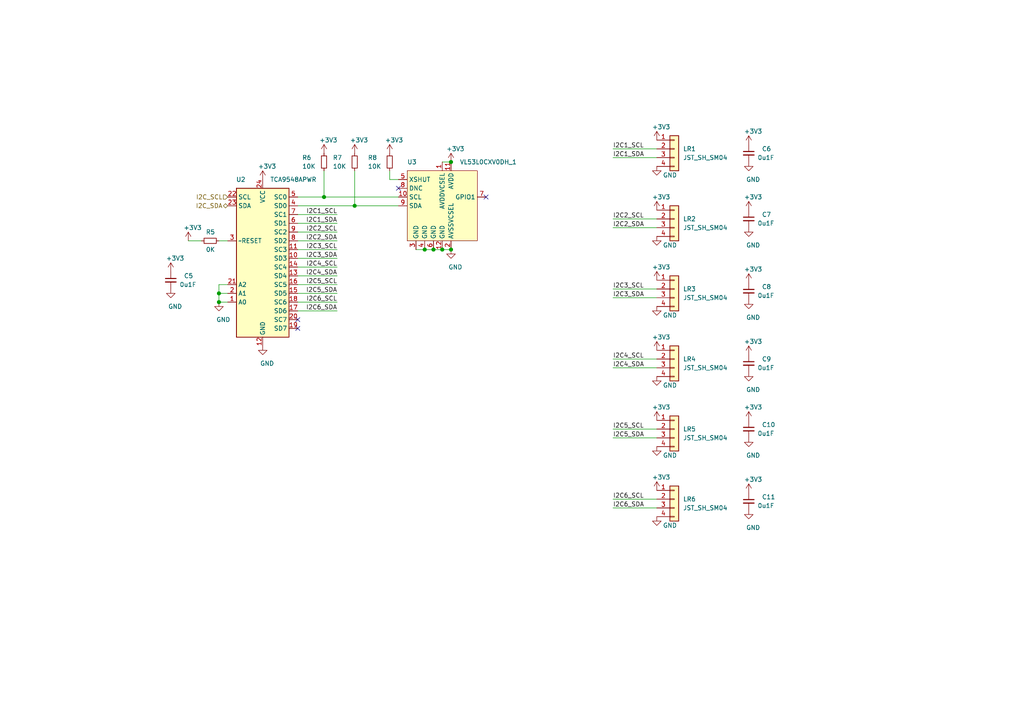
<source format=kicad_sch>
(kicad_sch (version 20210615) (generator eeschema)
  (paper "A4")
  (lib_symbols
    (symbol "Connector_Generic:Conn_01x04" (pin_names hide)
      (property "Reference" "J" (at 0 5.08 0))
      (property "Value" "Conn_01x04" (at 0 -7.62 0))
      (symbol "Conn_01x04_1_1"
        (rectangle (start -1.27 -4.953) (end 0 -5.207) (stroke (width 0.1524)))
        (rectangle (start -1.27 -2.413) (end 0 -2.667) (stroke (width 0.1524)))
        (rectangle (start -1.27 0.127) (end 0 -0.127) (stroke (width 0.1524)))
        (rectangle (start -1.27 2.667) (end 0 2.413) (stroke (width 0.1524)))
        (rectangle (start -1.27 3.81) (end 1.27 -6.35) (stroke (width 0.254)) (fill (type background)))
        (pin passive line (at -5.08 2.54 0) (length 3.81) (name "Pin_1") (number "1"))
        (pin passive line (at -5.08 0 0) (length 3.81) (name "Pin_2") (number "2"))
        (pin passive line (at -5.08 -2.54 0) (length 3.81) (name "Pin_3") (number "3"))
        (pin passive line (at -5.08 -5.08 0) (length 3.81) (name "Pin_4") (number "4"))
      )
    )
    (symbol "Device:C_Small" (pin_numbers hide) (pin_names (offset 0.254) hide)
      (property "Reference" "C" (at 0.254 1.778 0))
      (property "Value" "C_Small" (at 0.254 -2.032 0))
      (symbol "C_Small_0_1"
        (polyline (pts (xy -1.524 -0.508) (xy 1.524 -0.508)) (stroke (width 0.3302)))
        (polyline (pts (xy -1.524 0.508) (xy 1.524 0.508)) (stroke (width 0.3048)))
      )
      (symbol "C_Small_1_1"
        (pin passive line (at 0 2.54 270) (length 2.032) (name "~") (number "1"))
        (pin passive line (at 0 -2.54 90) (length 2.032) (name "~") (number "2"))
      )
    )
    (symbol "Device:R_Small" (pin_numbers hide) (pin_names (offset 0.254) hide)
      (property "Reference" "R" (at 0.762 0.508 0))
      (property "Value" "R_Small" (at 0.762 -1.016 0))
      (symbol "R_Small_0_1"
        (rectangle (start -0.762 1.778) (end 0.762 -1.778) (stroke (width 0.2032)))
      )
      (symbol "R_Small_1_1"
        (pin passive line (at 0 2.54 270) (length 0.762) (name "~") (number "1"))
        (pin passive line (at 0 -2.54 90) (length 0.762) (name "~") (number "2"))
      )
    )
    (symbol "Interface_Expansion:TCA9548APWR"
      (property "Reference" "U" (at -7.62 21.59 0))
      (property "Value" "TCA9548APWR" (at 1.016 21.59 0))
      (symbol "TCA9548APWR_0_1"
        (rectangle (start -7.62 20.32) (end 7.62 -22.86) (stroke (width 0.254)) (fill (type background)))
      )
      (symbol "TCA9548APWR_1_1"
        (pin input line (at -10.16 -12.7 0) (length 2.54) (name "A0") (number "1"))
        (pin bidirectional line (at 10.16 0 180) (length 2.54) (name "SD3") (number "10"))
        (pin output line (at 10.16 2.54 180) (length 2.54) (name "SC3") (number "11"))
        (pin power_in line (at 0 -25.4 90) (length 2.54) (name "GND") (number "12"))
        (pin bidirectional line (at 10.16 -5.08 180) (length 2.54) (name "SD4") (number "13"))
        (pin output line (at 10.16 -2.54 180) (length 2.54) (name "SC4") (number "14"))
        (pin bidirectional line (at 10.16 -10.16 180) (length 2.54) (name "SD5") (number "15"))
        (pin output line (at 10.16 -7.62 180) (length 2.54) (name "SC5") (number "16"))
        (pin bidirectional line (at 10.16 -15.24 180) (length 2.54) (name "SD6") (number "17"))
        (pin output line (at 10.16 -12.7 180) (length 2.54) (name "SC6") (number "18"))
        (pin bidirectional line (at 10.16 -20.32 180) (length 2.54) (name "SD7") (number "19"))
        (pin input line (at -10.16 -10.16 0) (length 2.54) (name "A1") (number "2"))
        (pin output line (at 10.16 -17.78 180) (length 2.54) (name "SC7") (number "20"))
        (pin input line (at -10.16 -7.62 0) (length 2.54) (name "A2") (number "21"))
        (pin input line (at -10.16 17.78 0) (length 2.54) (name "SCL") (number "22"))
        (pin bidirectional line (at -10.16 15.24 0) (length 2.54) (name "SDA") (number "23"))
        (pin power_in line (at 0 22.86 270) (length 2.54) (name "VCC") (number "24"))
        (pin input line (at -10.16 5.08 0) (length 2.54) (name "~RESET") (number "3"))
        (pin bidirectional line (at 10.16 15.24 180) (length 2.54) (name "SD0") (number "4"))
        (pin output line (at 10.16 17.78 180) (length 2.54) (name "SC0") (number "5"))
        (pin bidirectional line (at 10.16 10.16 180) (length 2.54) (name "SD1") (number "6"))
        (pin output line (at 10.16 12.7 180) (length 2.54) (name "SC1") (number "7"))
        (pin bidirectional line (at 10.16 5.08 180) (length 2.54) (name "SD2") (number "8"))
        (pin output line (at 10.16 7.62 180) (length 2.54) (name "SC2") (number "9"))
      )
    )
    (symbol "dk_Optical-Sensors-Distance-Measuring:VL53L0CXV0DH_1"
      (property "Reference" "U" (at -10.16 8.89 0))
      (property "Value" "VL53L0CXV0DH_1" (at 3.81 -13.97 0))
      (symbol "VL53L0CXV0DH_1_0_1"
        (rectangle (start -10.16 7.62) (end 10.16 -12.7) (fill (type background)))
      )
      (symbol "VL53L0CXV0DH_1_1_1"
        (pin power_in line (at 0 10.16 270) (length 2.54) (name "AVDDVCSEL") (number "1"))
        (pin input line (at -12.7 0 0) (length 2.54) (name "SCL") (number "10"))
        (pin power_in line (at 2.54 10.16 270) (length 2.54) (name "AVDD") (number "11"))
        (pin power_in line (at 0 -15.24 90) (length 2.54) (name "GND") (number "12"))
        (pin power_in line (at 2.54 -15.24 90) (length 2.54) (name "AVSSVCSEL") (number "2"))
        (pin power_in line (at -7.62 -15.24 90) (length 2.54) (name "GND") (number "3"))
        (pin power_in line (at -5.08 -15.24 90) (length 2.54) (name "GND") (number "4"))
        (pin input line (at -12.7 5.08 0) (length 2.54) (name "XSHUT") (number "5"))
        (pin power_in line (at -2.54 -15.24 90) (length 2.54) (name "GND") (number "6"))
        (pin output line (at 12.7 0 180) (length 2.54) (name "GPIO1") (number "7"))
        (pin input line (at -12.7 2.54 0) (length 2.54) (name "DNC") (number "8"))
        (pin bidirectional line (at -12.7 -2.54 0) (length 2.54) (name "SDA") (number "9"))
      )
    )
    (symbol "power:+3V3" (power) (pin_names (offset 0))
      (property "Value" "+3V3" (at 0 3.556 0))
      (symbol "+3V3_0_1"
        (polyline (pts (xy -0.762 1.27) (xy 0 2.54)))
        (polyline (pts (xy 0 0) (xy 0 2.54)))
        (polyline (pts (xy 0 2.54) (xy 0.762 1.27)))
      )
      (symbol "+3V3_1_1"
        (pin power_in line (at 0 0 90) (length 0) hide (name "+3V3") (number "1"))
      )
    )
    (symbol "power:GND" (power) (pin_names (offset 0))
      (property "Value" "GND" (at 0 -3.81 0))
      (symbol "GND_0_1"
        (polyline (pts (xy 0 0) (xy 0 -1.27) (xy 1.27 -1.27) (xy 0 -2.54) (xy -1.27 -1.27) (xy 0 -1.27)))
      )
      (symbol "GND_1_1"
        (pin power_in line (at 0 0 270) (length 0) hide (name "GND") (number "1"))
      )
    )
  )
  (junction (at 63.5 85.09) (diameter 1.016))
  (junction (at 63.5 87.63) (diameter 1.016))
  (junction (at 93.98 57.15) (diameter 1.016))
  (junction (at 102.87 59.69) (diameter 1.016))
  (junction (at 123.19 72.39) (diameter 1.016))
  (junction (at 125.73 72.39) (diameter 1.016))
  (junction (at 128.27 72.39) (diameter 1.016))
  (junction (at 130.81 46.99) (diameter 1.016))
  (junction (at 130.81 72.39) (diameter 1.016))
  (no_connect (at 86.36 92.71))
  (no_connect (at 86.36 95.25))
  (no_connect (at 115.57 54.61))
  (no_connect (at 140.97 57.15))
  (wire (pts (xy 54.61 69.85) (xy 58.42 69.85)))
  (wire (pts (xy 63.5 82.55) (xy 63.5 85.09)))
  (wire (pts (xy 63.5 85.09) (xy 63.5 87.63)))
  (wire (pts (xy 63.5 87.63) (xy 66.04 87.63)))
  (wire (pts (xy 66.04 69.85) (xy 63.5 69.85)))
  (wire (pts (xy 66.04 82.55) (xy 63.5 82.55)))
  (wire (pts (xy 66.04 85.09) (xy 63.5 85.09)))
  (wire (pts (xy 86.36 57.15) (xy 93.98 57.15)))
  (wire (pts (xy 86.36 59.69) (xy 102.87 59.69)))
  (wire (pts (xy 86.36 62.23) (xy 97.79 62.23)))
  (wire (pts (xy 86.36 64.77) (xy 97.79 64.77)))
  (wire (pts (xy 86.36 67.31) (xy 97.79 67.31)))
  (wire (pts (xy 86.36 69.85) (xy 97.79 69.85)))
  (wire (pts (xy 86.36 72.39) (xy 97.79 72.39)))
  (wire (pts (xy 86.36 74.93) (xy 97.79 74.93)))
  (wire (pts (xy 86.36 77.47) (xy 97.79 77.47)))
  (wire (pts (xy 86.36 80.01) (xy 97.79 80.01)))
  (wire (pts (xy 86.36 82.55) (xy 97.79 82.55)))
  (wire (pts (xy 86.36 85.09) (xy 97.79 85.09)))
  (wire (pts (xy 86.36 87.63) (xy 97.79 87.63)))
  (wire (pts (xy 86.36 90.17) (xy 97.79 90.17)))
  (wire (pts (xy 93.98 49.53) (xy 93.98 57.15)))
  (wire (pts (xy 93.98 57.15) (xy 115.57 57.15)))
  (wire (pts (xy 102.87 49.53) (xy 102.87 59.69)))
  (wire (pts (xy 102.87 59.69) (xy 115.57 59.69)))
  (wire (pts (xy 113.03 49.53) (xy 113.03 52.07)))
  (wire (pts (xy 113.03 52.07) (xy 115.57 52.07)))
  (wire (pts (xy 120.65 72.39) (xy 123.19 72.39)))
  (wire (pts (xy 123.19 72.39) (xy 125.73 72.39)))
  (wire (pts (xy 125.73 72.39) (xy 128.27 72.39)))
  (wire (pts (xy 128.27 46.99) (xy 130.81 46.99)))
  (wire (pts (xy 128.27 72.39) (xy 130.81 72.39)))
  (wire (pts (xy 177.8 43.18) (xy 190.5 43.18)))
  (wire (pts (xy 177.8 45.72) (xy 190.5 45.72)))
  (wire (pts (xy 177.8 63.5) (xy 190.5 63.5)))
  (wire (pts (xy 177.8 66.04) (xy 190.5 66.04)))
  (wire (pts (xy 177.8 83.82) (xy 190.5 83.82)))
  (wire (pts (xy 177.8 86.36) (xy 190.5 86.36)))
  (wire (pts (xy 177.8 104.14) (xy 190.5 104.14)))
  (wire (pts (xy 177.8 106.68) (xy 190.5 106.68)))
  (wire (pts (xy 177.8 124.46) (xy 190.5 124.46)))
  (wire (pts (xy 177.8 127) (xy 190.5 127)))
  (wire (pts (xy 177.8 144.78) (xy 190.5 144.78)))
  (wire (pts (xy 177.8 147.32) (xy 190.5 147.32)))
  (label "I2C1_SCL" (at 97.79 62.23 180))
  (label "I2C1_SDA" (at 97.79 64.77 180))
  (label "I2C2_SCL" (at 97.79 67.31 180))
  (label "I2C2_SDA" (at 97.79 69.85 180))
  (label "I2C3_SCL" (at 97.79 72.39 180))
  (label "I2C3_SDA" (at 97.79 74.93 180))
  (label "I2C4_SCL" (at 97.79 77.47 180))
  (label "I2C4_SDA" (at 97.79 80.01 180))
  (label "I2C5_SCL" (at 97.79 82.55 180))
  (label "I2C5_SDA" (at 97.79 85.09 180))
  (label "I2C6_SCL" (at 97.79 87.63 180))
  (label "I2C6_SDA" (at 97.79 90.17 180))
  (label "I2C1_SCL" (at 177.8 43.18 0))
  (label "I2C1_SDA" (at 177.8 45.72 0))
  (label "I2C2_SCL" (at 177.8 63.5 0))
  (label "I2C2_SDA" (at 177.8 66.04 0))
  (label "I2C3_SCL" (at 177.8 83.82 0))
  (label "I2C3_SDA" (at 177.8 86.36 0))
  (label "I2C4_SCL" (at 177.8 104.14 0))
  (label "I2C4_SDA" (at 177.8 106.68 0))
  (label "I2C5_SCL" (at 177.8 124.46 0))
  (label "I2C5_SDA" (at 177.8 127 0))
  (label "I2C6_SCL" (at 177.8 144.78 0))
  (label "I2C6_SDA" (at 177.8 147.32 0))
  (hierarchical_label "I2C_SCL" (shape input) (at 66.04 57.15 180))
  (hierarchical_label "I2C_SDA" (shape bidirectional) (at 66.04 59.69 180))
  (symbol (lib_id "power:+3V3") (at 49.53 78.74 0) (unit 1)
    (property "Reference" "#PWR0125" (effects hide))
    (property "Value" "+3V3" (at 50.8 74.93 0))
  )
  (symbol (lib_id "power:+3V3") (at 54.61 69.85 0) (unit 1)
    (property "Reference" "#PWR0127" (effects hide))
    (property "Value" "+3V3" (at 55.88 66.04 0))
  )
  (symbol (lib_id "power:+3V3") (at 76.2 52.07 0) (unit 1)
    (property "Reference" "#PWR0122" (effects hide))
    (property "Value" "+3V3" (at 77.47 48.26 0))
  )
  (symbol (lib_id "power:+3V3") (at 93.98 44.45 0) (unit 1)
    (property "Reference" "#PWR0140" (effects hide))
    (property "Value" "+3V3" (at 95.25 40.64 0))
  )
  (symbol (lib_id "power:+3V3") (at 102.87 44.45 0) (unit 1)
    (property "Reference" "#PWR0142" (effects hide))
    (property "Value" "+3V3" (at 104.14 40.64 0))
  )
  (symbol (lib_id "power:+3V3") (at 113.03 44.45 0) (unit 1)
    (property "Reference" "#PWR0141" (effects hide))
    (property "Value" "+3V3" (at 114.3 40.64 0))
  )
  (symbol (lib_id "power:+3V3") (at 130.81 46.99 0) (unit 1)
    (property "Reference" "#PWR0139" (effects hide))
    (property "Value" "+3V3" (at 132.08 43.18 0))
  )
  (symbol (lib_id "power:+3V3") (at 190.5 40.64 0) (unit 1)
    (property "Reference" "#PWR0136" (effects hide))
    (property "Value" "+3V3" (at 191.77 36.83 0))
  )
  (symbol (lib_id "power:+3V3") (at 190.5 60.96 0) (unit 1)
    (property "Reference" "#PWR0130" (effects hide))
    (property "Value" "+3V3" (at 191.77 57.15 0))
  )
  (symbol (lib_id "power:+3V3") (at 190.5 81.28 0) (unit 1)
    (property "Reference" "#PWR0132" (effects hide))
    (property "Value" "+3V3" (at 191.77 77.47 0))
  )
  (symbol (lib_id "power:+3V3") (at 190.5 101.6 0) (unit 1)
    (property "Reference" "#PWR0145" (effects hide))
    (property "Value" "+3V3" (at 191.77 97.79 0))
  )
  (symbol (lib_id "power:+3V3") (at 190.5 121.92 0) (unit 1)
    (property "Reference" "#PWR0147" (effects hide))
    (property "Value" "+3V3" (at 191.77 118.11 0))
  )
  (symbol (lib_id "power:+3V3") (at 190.5 142.24 0) (unit 1)
    (property "Reference" "#PWR0152" (effects hide))
    (property "Value" "+3V3" (at 191.77 138.43 0))
  )
  (symbol (lib_id "power:+3V3") (at 217.17 41.91 0) (unit 1)
    (property "Reference" "#PWR0135" (effects hide))
    (property "Value" "+3V3" (at 218.44 38.1 0))
  )
  (symbol (lib_id "power:+3V3") (at 217.17 60.96 0) (unit 1)
    (property "Reference" "#PWR0129" (effects hide))
    (property "Value" "+3V3" (at 218.44 57.15 0))
  )
  (symbol (lib_id "power:+3V3") (at 217.17 81.915 0) (unit 1)
    (property "Reference" "#PWR0133" (effects hide))
    (property "Value" "+3V3" (at 218.44 78.105 0))
  )
  (symbol (lib_id "power:+3V3") (at 217.17 102.87 0) (unit 1)
    (property "Reference" "#PWR0151" (effects hide))
    (property "Value" "+3V3" (at 218.44 99.06 0))
  )
  (symbol (lib_id "power:+3V3") (at 217.17 121.92 0) (unit 1)
    (property "Reference" "#PWR0149" (effects hide))
    (property "Value" "+3V3" (at 218.44 118.11 0))
  )
  (symbol (lib_id "power:+3V3") (at 217.17 142.875 0) (unit 1)
    (property "Reference" "#PWR0154" (effects hide))
    (property "Value" "+3V3" (at 218.44 139.065 0))
  )
  (symbol (lib_id "power:GND") (at 49.53 83.82 0) (unit 1)
    (property "Reference" "#PWR0124" (effects hide))
    (property "Value" "GND" (at 50.8 88.9 0))
  )
  (symbol (lib_id "power:GND") (at 63.5 87.63 0) (unit 1)
    (property "Reference" "#PWR0123" (effects hide))
    (property "Value" "GND" (at 64.77 92.71 0))
  )
  (symbol (lib_id "power:GND") (at 76.2 100.33 0) (unit 1)
    (property "Reference" "#PWR0126" (effects hide))
    (property "Value" "GND" (at 77.47 105.41 0))
  )
  (symbol (lib_id "power:GND") (at 130.81 72.39 0) (unit 1)
    (property "Reference" "#PWR0138" (effects hide))
    (property "Value" "GND" (at 132.08 77.47 0))
  )
  (symbol (lib_id "power:GND") (at 190.5 48.26 0) (unit 1)
    (property "Reference" "#PWR0128" (effects hide))
    (property "Value" "GND" (at 194.31 50.8 0))
  )
  (symbol (lib_id "power:GND") (at 190.5 68.58 0) (unit 1)
    (property "Reference" "#PWR0131" (effects hide))
    (property "Value" "GND" (at 194.31 71.12 0))
  )
  (symbol (lib_id "power:GND") (at 190.5 88.9 0) (unit 1)
    (property "Reference" "#PWR0144" (effects hide))
    (property "Value" "GND" (at 194.31 91.44 0))
  )
  (symbol (lib_id "power:GND") (at 190.5 109.22 0) (unit 1)
    (property "Reference" "#PWR0148" (effects hide))
    (property "Value" "GND" (at 194.31 111.76 0))
  )
  (symbol (lib_id "power:GND") (at 190.5 129.54 0) (unit 1)
    (property "Reference" "#PWR0153" (effects hide))
    (property "Value" "GND" (at 194.31 132.08 0))
  )
  (symbol (lib_id "power:GND") (at 190.5 149.86 0) (unit 1)
    (property "Reference" "#PWR0143" (effects hide))
    (property "Value" "GND" (at 194.31 152.4 0))
  )
  (symbol (lib_id "power:GND") (at 217.17 46.99 0) (unit 1)
    (property "Reference" "#PWR0137" (effects hide))
    (property "Value" "GND" (at 218.44 52.07 0))
  )
  (symbol (lib_id "power:GND") (at 217.17 66.04 0) (unit 1)
    (property "Reference" "#PWR0134" (effects hide))
    (property "Value" "GND" (at 218.44 71.12 0))
  )
  (symbol (lib_id "power:GND") (at 217.17 86.995 0) (unit 1)
    (property "Reference" "#PWR0150" (effects hide))
    (property "Value" "GND" (at 218.44 92.075 0))
  )
  (symbol (lib_id "power:GND") (at 217.17 107.95 0) (unit 1)
    (property "Reference" "#PWR0146" (effects hide))
    (property "Value" "GND" (at 218.44 113.03 0))
  )
  (symbol (lib_id "power:GND") (at 217.17 127 0) (unit 1)
    (property "Reference" "#PWR0155" (effects hide))
    (property "Value" "GND" (at 218.44 132.08 0))
  )
  (symbol (lib_id "power:GND") (at 217.17 147.955 0) (unit 1)
    (property "Reference" "#PWR0156" (effects hide))
    (property "Value" "GND" (at 218.44 153.035 0))
  )
  (symbol (lib_id "Device:R_Small") (at 60.96 69.85 270) (unit 1)
    (property "Reference" "R5" (at 59.69 67.31 90) (effects (justify left)))
    (property "Value" "0K" (at 59.69 72.39 90) (effects (justify left)))
    (property "Footprint" "Resistor_SMD:R_0402_1005Metric" (effects hide))
  )
  (symbol (lib_id "Device:R_Small") (at 93.98 46.99 0) (unit 1)
    (property "Reference" "R6" (at 87.63 45.72 0) (effects (justify left)))
    (property "Value" "10K" (at 87.63 48.26 0) (effects (justify left)))
    (property "Footprint" "Resistor_SMD:R_0402_1005Metric" (effects hide))
  )
  (symbol (lib_id "Device:R_Small") (at 102.87 46.99 0) (unit 1)
    (property "Reference" "R7" (at 96.52 45.72 0) (effects (justify left)))
    (property "Value" "10K" (at 96.52 48.26 0) (effects (justify left)))
    (property "Footprint" "Resistor_SMD:R_0402_1005Metric" (effects hide))
  )
  (symbol (lib_id "Device:R_Small") (at 113.03 46.99 0) (unit 1)
    (property "Reference" "R8" (at 106.68 45.72 0) (effects (justify left)))
    (property "Value" "10K" (at 106.68 48.26 0) (effects (justify left)))
    (property "Footprint" "Resistor_SMD:R_0402_1005Metric" (effects hide))
  )
  (symbol (lib_id "Device:C_Small") (at 49.53 81.28 0) (unit 1)
    (property "Reference" "C5" (at 53.34 80.01 0) (effects (justify left)))
    (property "Value" "0u1F" (at 52.07 82.55 0) (effects (justify left)))
    (property "Footprint" "Capacitor_SMD:C_0402_1005Metric" (effects hide))
  )
  (symbol (lib_id "Device:C_Small") (at 217.17 44.45 0) (unit 1)
    (property "Reference" "C6" (at 220.98 43.18 0) (effects (justify left)))
    (property "Value" "0u1F" (at 219.71 45.72 0) (effects (justify left)))
    (property "Footprint" "Capacitor_SMD:C_0402_1005Metric" (effects hide))
  )
  (symbol (lib_id "Device:C_Small") (at 217.17 63.5 0) (unit 1)
    (property "Reference" "C7" (at 220.98 62.23 0) (effects (justify left)))
    (property "Value" "0u1F" (at 219.71 64.77 0) (effects (justify left)))
    (property "Footprint" "Capacitor_SMD:C_0402_1005Metric" (effects hide))
  )
  (symbol (lib_id "Device:C_Small") (at 217.17 84.455 0) (unit 1)
    (property "Reference" "C8" (at 220.98 83.185 0) (effects (justify left)))
    (property "Value" "0u1F" (at 219.71 85.725 0) (effects (justify left)))
    (property "Footprint" "Capacitor_SMD:C_0402_1005Metric" (effects hide))
  )
  (symbol (lib_id "Device:C_Small") (at 217.17 105.41 0) (unit 1)
    (property "Reference" "C9" (at 220.98 104.14 0) (effects (justify left)))
    (property "Value" "0u1F" (at 219.71 106.68 0) (effects (justify left)))
    (property "Footprint" "Capacitor_SMD:C_0402_1005Metric" (effects hide))
  )
  (symbol (lib_id "Device:C_Small") (at 217.17 124.46 0) (unit 1)
    (property "Reference" "C10" (at 220.98 123.19 0) (effects (justify left)))
    (property "Value" "0u1F" (at 219.71 125.73 0) (effects (justify left)))
    (property "Footprint" "Capacitor_SMD:C_0402_1005Metric" (effects hide))
  )
  (symbol (lib_id "Device:C_Small") (at 217.17 145.415 0) (unit 1)
    (property "Reference" "C11" (at 220.98 144.145 0) (effects (justify left)))
    (property "Value" "0u1F" (at 219.71 146.685 0) (effects (justify left)))
    (property "Footprint" "Capacitor_SMD:C_0402_1005Metric" (effects hide))
  )
  (symbol (lib_id "Connector_Generic:Conn_01x04") (at 195.58 43.18 0) (unit 1)
    (property "Reference" "LR1" (at 198.12 43.18 0) (effects (justify left)))
    (property "Value" "JST_SH_SM04" (at 198.12 45.72 0) (effects (justify left)))
    (property "Footprint" "Connector_JST:JST_SH_SM04B-SRSS-TB_1x04-1MP_P1.00mm_Horizontal" (effects hide))
  )
  (symbol (lib_id "Connector_Generic:Conn_01x04") (at 195.58 63.5 0) (unit 1)
    (property "Reference" "LR2" (at 198.12 63.5 0) (effects (justify left)))
    (property "Value" "JST_SH_SM04" (at 198.12 66.04 0) (effects (justify left)))
    (property "Footprint" "Connector_JST:JST_SH_SM04B-SRSS-TB_1x04-1MP_P1.00mm_Horizontal" (effects hide))
  )
  (symbol (lib_id "Connector_Generic:Conn_01x04") (at 195.58 83.82 0) (unit 1)
    (property "Reference" "LR3" (at 198.12 83.82 0) (effects (justify left)))
    (property "Value" "JST_SH_SM04" (at 198.12 86.36 0) (effects (justify left)))
    (property "Footprint" "Connector_JST:JST_SH_SM04B-SRSS-TB_1x04-1MP_P1.00mm_Horizontal" (effects hide))
  )
  (symbol (lib_id "Connector_Generic:Conn_01x04") (at 195.58 104.14 0) (unit 1)
    (property "Reference" "LR4" (at 198.12 104.14 0) (effects (justify left)))
    (property "Value" "JST_SH_SM04" (at 198.12 106.68 0) (effects (justify left)))
    (property "Footprint" "Connector_JST:JST_SH_SM04B-SRSS-TB_1x04-1MP_P1.00mm_Horizontal" (effects hide))
  )
  (symbol (lib_id "Connector_Generic:Conn_01x04") (at 195.58 124.46 0) (unit 1)
    (property "Reference" "LR5" (at 198.12 124.46 0) (effects (justify left)))
    (property "Value" "JST_SH_SM04" (at 198.12 127 0) (effects (justify left)))
    (property "Footprint" "Connector_JST:JST_SH_SM04B-SRSS-TB_1x04-1MP_P1.00mm_Horizontal" (effects hide))
  )
  (symbol (lib_id "Connector_Generic:Conn_01x04") (at 195.58 144.78 0) (unit 1)
    (property "Reference" "LR6" (at 198.12 144.78 0) (effects (justify left)))
    (property "Value" "JST_SH_SM04" (at 198.12 147.32 0) (effects (justify left)))
    (property "Footprint" "Connector_JST:JST_SH_SM04B-SRSS-TB_1x04-1MP_P1.00mm_Horizontal" (effects hide))
  )
  (symbol (lib_id "dk_Optical-Sensors-Distance-Measuring:VL53L0CXV0DH_1") (at 128.27 57.15 0) (unit 1)
    (property "Reference" "U3" (at 118.11 46.99 0) (effects (justify left)))
    (property "Value" "VL53L0CXV0DH_1" (at 133.35 46.99 0) (effects (justify left)))
    (property "Footprint" "Sensor_Distance:ST_VL53L1x" (effects hide))
    (property "Datasheet" "http://www.st.com/content/ccc/resource/technical/document/datasheet/group3/b2/1e/33/77/c6/92/47/6b/DM00279086/files/DM00279086.pdf/jcr:content/translations/en.DM00279086.pdf" (effects hide))
    (property "Digi-Key_PN" "497-16538-1-ND" (effects hide))
    (property "MPN" "VL53L0CXV0DH/1" (effects hide))
    (property "Category" "Sensors, Transducers" (effects hide))
    (property "Family" "Optical Sensors - Distance Measuring" (effects hide))
    (property "DK_Datasheet_Link" "http://www.st.com/content/ccc/resource/technical/document/datasheet/group3/b2/1e/33/77/c6/92/47/6b/DM00279086/files/DM00279086.pdf/jcr:content/translations/en.DM00279086.pdf" (effects hide))
    (property "DK_Detail_Page" "/product-detail/en/stmicroelectronics/VL53L0CXV0DH-1/497-16538-1-ND/6023692" (effects hide))
    (property "Description" "SENSOR OPTICAL 200CM I2C" (effects hide))
    (property "Manufacturer" "STMicroelectronics" (effects hide))
    (property "Status" "Active" (effects hide))
  )
  (symbol (lib_id "Interface_Expansion:TCA9548APWR") (at 76.2 74.93 0) (unit 1)
    (property "Reference" "U2" (at 69.85 52.07 0))
    (property "Value" "TCA9548APWR" (at 85.09 52.07 0))
    (property "Footprint" "Package_SO:TSSOP-24_4.4x7.8mm_P0.65mm" (effects hide))
    (property "Datasheet" "http://www.ti.com/lit/ds/symlink/tca9548a.pdf" (effects hide))
  )
)
</source>
